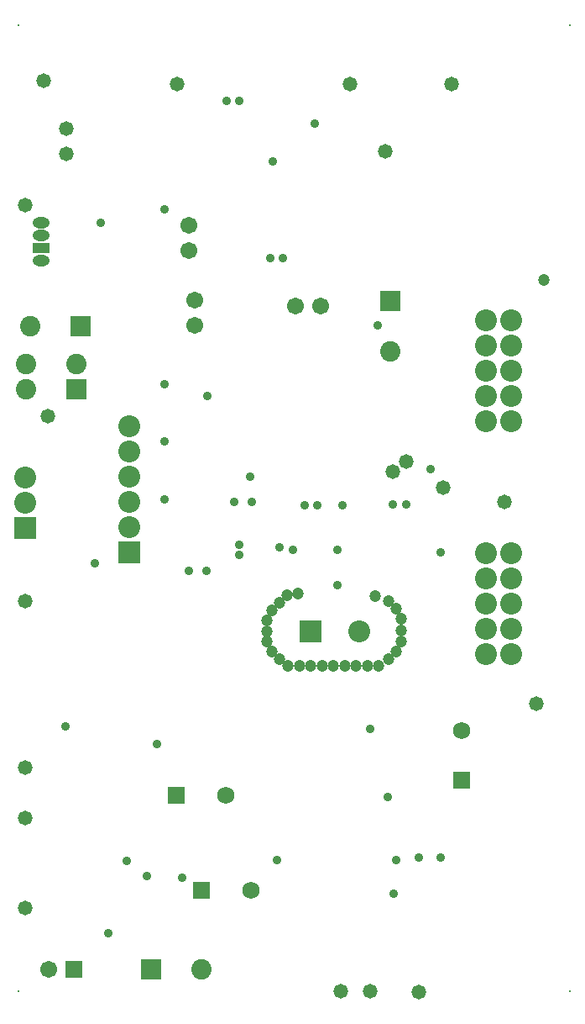
<source format=gbs>
%FSLAX44Y44*%
%MOMM*%
G71*
G01*
G75*
G04 Layer_Color=16711935*
%ADD10R,3.5000X0.7500*%
%ADD11O,1.5500X0.6000*%
%ADD12R,1.5500X0.6000*%
G04:AMPARAMS|DCode=13|XSize=2mm|YSize=1mm|CornerRadius=0.25mm|HoleSize=0mm|Usage=FLASHONLY|Rotation=90.000|XOffset=0mm|YOffset=0mm|HoleType=Round|Shape=RoundedRectangle|*
%AMROUNDEDRECTD13*
21,1,2.0000,0.5000,0,0,90.0*
21,1,1.5000,1.0000,0,0,90.0*
1,1,0.5000,0.2500,0.7500*
1,1,0.5000,0.2500,-0.7500*
1,1,0.5000,-0.2500,-0.7500*
1,1,0.5000,-0.2500,0.7500*
%
%ADD13ROUNDEDRECTD13*%
%ADD14R,1.0000X2.0000*%
%ADD15R,0.9000X2.0000*%
%ADD16R,2.0000X0.7000*%
%ADD17R,2.0000X0.8000*%
%ADD18R,1.2500X1.2500*%
%ADD19R,1.2500X1.2500*%
%ADD20R,0.6000X2.0000*%
%ADD21R,0.6000X1.5000*%
%ADD22R,1.4000X1.0000*%
%ADD23R,2.5000X1.7000*%
%ADD24R,3.0000X1.6000*%
%ADD25O,1.4500X0.4000*%
%ADD26R,1.4500X0.4000*%
%ADD27R,0.7200X1.7800*%
%ADD28O,0.7200X1.7800*%
%ADD29R,2.1590X2.7430*%
%ADD30C,0.7000*%
%ADD31C,1.5000*%
%ADD32C,0.3000*%
%ADD33C,0.5000*%
%ADD34C,0.4000*%
%ADD35C,1.5000*%
%ADD36R,1.8500X1.8500*%
%ADD37C,1.8500*%
%ADD38R,1.8500X1.8500*%
%ADD39R,1.5000X0.9000*%
%ADD40O,1.5000X0.9000*%
%ADD41R,2.0000X2.0000*%
%ADD42C,2.0000*%
%ADD43R,2.0000X2.0000*%
%ADD44C,1.5240*%
%ADD45R,1.5240X1.5240*%
%ADD46R,1.5000X1.5000*%
%ADD47R,1.5240X1.5240*%
%ADD48C,1.2700*%
%ADD49C,1.0000*%
%ADD50C,0.7000*%
%ADD51C,0.2000*%
%ADD52C,0.2540*%
%ADD53C,0.2500*%
%ADD54C,0.2560*%
%ADD55C,0.1500*%
%ADD56R,3.7032X0.9532*%
%ADD57O,1.7532X0.8032*%
%ADD58R,1.7532X0.8032*%
G04:AMPARAMS|DCode=59|XSize=2.2032mm|YSize=1.2032mm|CornerRadius=0.3516mm|HoleSize=0mm|Usage=FLASHONLY|Rotation=90.000|XOffset=0mm|YOffset=0mm|HoleType=Round|Shape=RoundedRectangle|*
%AMROUNDEDRECTD59*
21,1,2.2032,0.5000,0,0,90.0*
21,1,1.5000,1.2032,0,0,90.0*
1,1,0.7032,0.2500,0.7500*
1,1,0.7032,0.2500,-0.7500*
1,1,0.7032,-0.2500,-0.7500*
1,1,0.7032,-0.2500,0.7500*
%
%ADD59ROUNDEDRECTD59*%
%ADD60R,1.2032X2.2032*%
%ADD61R,1.1032X2.2032*%
%ADD62R,2.2032X0.9032*%
%ADD63R,2.2032X1.0032*%
%ADD64R,1.4532X1.4532*%
%ADD65R,1.4532X1.4532*%
%ADD66R,0.8032X2.2032*%
%ADD67R,0.8032X1.7032*%
%ADD68R,1.6032X1.2032*%
%ADD69R,2.7032X1.9032*%
%ADD70R,3.2032X1.8032*%
%ADD71O,1.6532X0.6032*%
%ADD72R,1.6532X0.6032*%
%ADD73R,0.9232X1.9832*%
%ADD74O,0.9232X1.9832*%
%ADD75R,2.3622X2.9462*%
%ADD76C,1.7032*%
%ADD77R,2.0532X2.0532*%
%ADD78C,2.0532*%
%ADD79R,2.0532X2.0532*%
%ADD80R,1.7032X1.1032*%
%ADD81O,1.7032X1.1032*%
%ADD82R,2.2032X2.2032*%
%ADD83C,2.2032*%
%ADD84R,2.2032X2.2032*%
%ADD85C,1.7272*%
%ADD86R,1.7272X1.7272*%
%ADD87R,1.7032X1.7032*%
%ADD88R,1.7272X1.7272*%
%ADD89C,0.2032*%
%ADD90C,1.4732*%
%ADD91C,1.2032*%
%ADD92C,0.9032*%
D76*
X571500Y977900D02*
D03*
X546100D02*
D03*
X444500Y958850D02*
D03*
Y984250D02*
D03*
X438150Y1059180D02*
D03*
Y1033780D02*
D03*
X297180Y309880D02*
D03*
D77*
X641350Y982980D02*
D03*
D78*
Y932180D02*
D03*
X278130Y957580D02*
D03*
X325120Y919480D02*
D03*
X274320D02*
D03*
Y894080D02*
D03*
X450850Y309880D02*
D03*
D79*
X328930Y957580D02*
D03*
X325120Y894080D02*
D03*
X400050Y309880D02*
D03*
D80*
X289560Y1036320D02*
D03*
D81*
Y1023620D02*
D03*
Y1049020D02*
D03*
Y1061720D02*
D03*
D82*
X378460Y730250D02*
D03*
X273050Y754380D02*
D03*
D83*
X378460Y755650D02*
D03*
Y781050D02*
D03*
Y806450D02*
D03*
Y831850D02*
D03*
Y857250D02*
D03*
X610140Y650240D02*
D03*
X273050Y779780D02*
D03*
Y805180D02*
D03*
X763270Y963930D02*
D03*
Y938530D02*
D03*
Y913130D02*
D03*
Y887730D02*
D03*
Y862330D02*
D03*
X737870D02*
D03*
Y887730D02*
D03*
Y913130D02*
D03*
Y938530D02*
D03*
Y963930D02*
D03*
X763270Y728980D02*
D03*
Y703580D02*
D03*
Y678180D02*
D03*
Y652780D02*
D03*
Y627380D02*
D03*
X737870D02*
D03*
Y652780D02*
D03*
Y678180D02*
D03*
Y703580D02*
D03*
Y728980D02*
D03*
D84*
X561340Y650240D02*
D03*
D85*
X713740Y550380D02*
D03*
X500850Y389890D02*
D03*
X475450Y485140D02*
D03*
D86*
X713740Y500380D02*
D03*
D87*
X322580Y309880D02*
D03*
D88*
X450850Y389890D02*
D03*
X425450Y485140D02*
D03*
D89*
X266700Y1261110D02*
D03*
X822960D02*
D03*
Y288290D02*
D03*
X266700D02*
D03*
D90*
X788670Y577850D02*
D03*
X600710Y1201420D02*
D03*
X703580D02*
D03*
X292100Y1205230D02*
D03*
X273050Y1079500D02*
D03*
X643890Y811530D02*
D03*
X657860Y821690D02*
D03*
X756920Y781050D02*
D03*
X694690Y795020D02*
D03*
X636270Y1134110D02*
D03*
X273050Y513080D02*
D03*
Y462280D02*
D03*
Y372110D02*
D03*
X295910Y867410D02*
D03*
X670560Y287020D02*
D03*
X621030Y288290D02*
D03*
X314960Y1131570D02*
D03*
Y1156970D02*
D03*
X591820Y288290D02*
D03*
X273050Y680720D02*
D03*
X426720Y1201420D02*
D03*
D91*
X626110Y685800D02*
D03*
X640080Y680720D02*
D03*
X647700Y673100D02*
D03*
X652780Y662940D02*
D03*
Y651510D02*
D03*
Y640080D02*
D03*
X647700Y629920D02*
D03*
X640080Y622300D02*
D03*
X607060Y615950D02*
D03*
X618490D02*
D03*
X629920D02*
D03*
X595630D02*
D03*
X584200D02*
D03*
X572770D02*
D03*
X561340D02*
D03*
X549910D02*
D03*
X538480D02*
D03*
X529590Y622300D02*
D03*
X521970Y629920D02*
D03*
X516890Y640080D02*
D03*
Y650875D02*
D03*
Y661670D02*
D03*
X521970Y671830D02*
D03*
X529590Y679450D02*
D03*
X537210Y687070D02*
D03*
X548640Y688340D02*
D03*
X796290Y1004570D02*
D03*
D92*
X523240Y1123950D02*
D03*
X488950Y1184910D02*
D03*
X476250D02*
D03*
X533400Y1026160D02*
D03*
X520700D02*
D03*
X554990Y777240D02*
D03*
X567690D02*
D03*
X593640D02*
D03*
X628650Y958850D02*
D03*
X682540Y813520D02*
D03*
X643890Y778510D02*
D03*
X657860D02*
D03*
X349250Y1061720D02*
D03*
X343314Y719234D02*
D03*
X455930Y711200D02*
D03*
X501650Y781050D02*
D03*
X438150Y711200D02*
D03*
X483870Y781050D02*
D03*
X500380Y806450D02*
D03*
X457200Y887730D02*
D03*
X588010Y697230D02*
D03*
Y732790D02*
D03*
X527050Y420370D02*
D03*
X670560Y422910D02*
D03*
X356870Y346710D02*
D03*
X396240Y403860D02*
D03*
X431800Y402590D02*
D03*
X406400Y537210D02*
D03*
X645160Y386080D02*
D03*
X638810Y483870D02*
D03*
X692150Y422910D02*
D03*
X647700Y420370D02*
D03*
X692150Y730250D02*
D03*
X621030Y552450D02*
D03*
X414020Y783590D02*
D03*
Y899160D02*
D03*
Y842010D02*
D03*
X565150Y1162050D02*
D03*
X414020Y1075690D02*
D03*
X313690Y554990D02*
D03*
X375920Y419100D02*
D03*
X488950Y737870D02*
D03*
Y727710D02*
D03*
X529590Y735330D02*
D03*
X543560Y732790D02*
D03*
M02*

</source>
